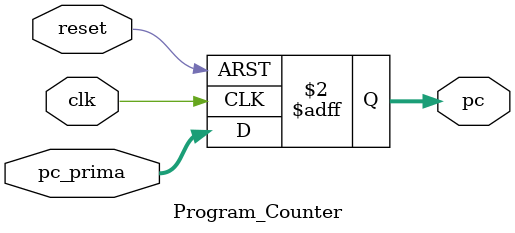
<source format=sv>
/*
Es un pc_prima que será el nuevo cada ciclo de reloj.
Posee un reset asincrónico (no importa el estado de las entradas) que actua en el ciclo positivo.
*/

module Program_Counter( input  logic clk, 
								input  logic reset,
								input  logic [31:0] pc_prima, 
								output logic [31:0] pc);
	
		
		always @(posedge clk, posedge reset) begin 
			if(reset) pc = 32'b0;
			else pc <= pc_prima;
		end

endmodule

</source>
